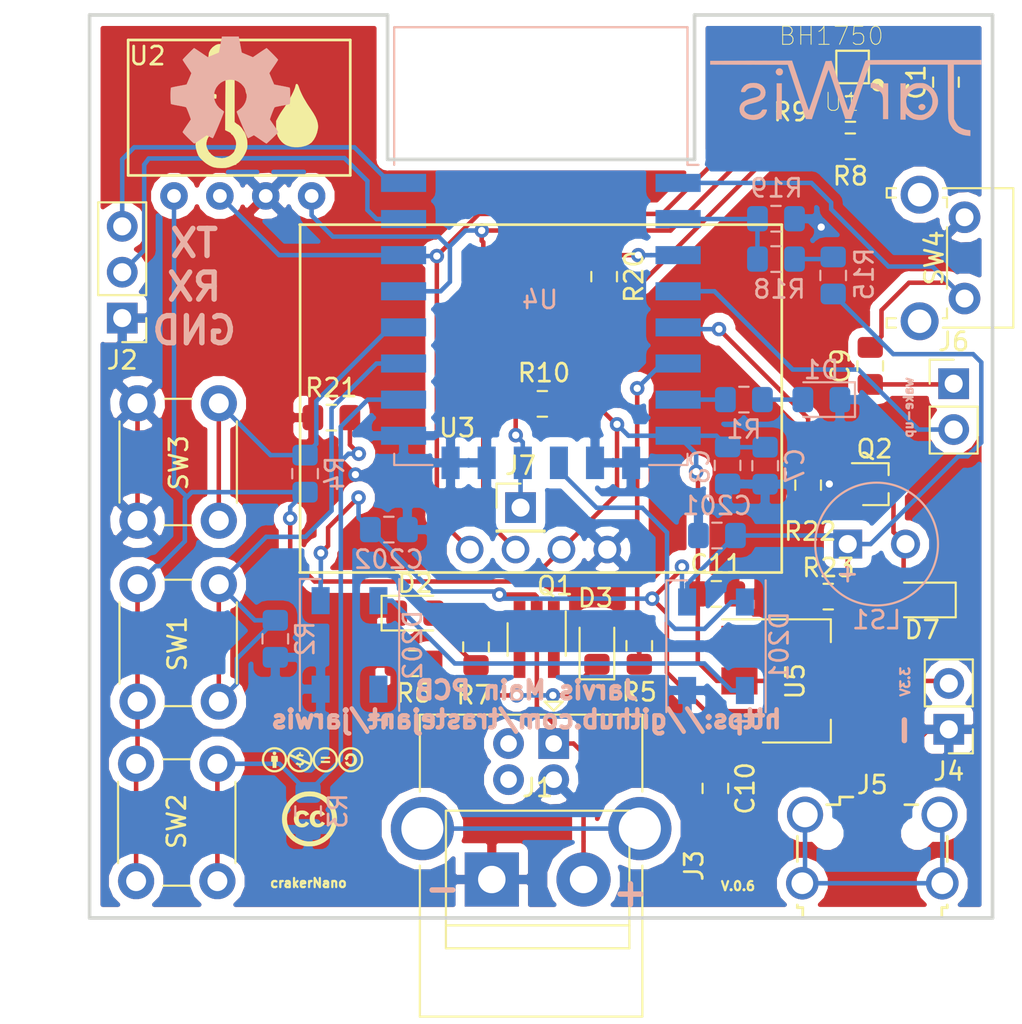
<source format=kicad_pcb>
(kicad_pcb (version 20171130) (host pcbnew 5.0.0-fee4fd1~66~ubuntu18.04.1)
  (layers (0 F.Cu signal) (31 B.Cu signal) (34 B.Paste user) (35 F.Paste user) (36 B.SilkS user) (37 F.SilkS user) (38 B.Mask user) (39 F.Mask user) (44 Edge.Cuts user))
  (net 0 "")
  (net 1 GND)
  (net 2 "Net-(C1-Pad1)")
  (net 3 +3V3)
  (net 4 /RESET)
  (net 5 "Net-(C9-Pad2)")
  (net 6 +5V)
  (net 7 "Net-(D1-Pad2)")
  (net 8 "Net-(D2-Pad2)")
  (net 9 /D12)
  (net 10 "Net-(D3-Pad1)")
  (net 11 "Net-(D7-Pad1)")
  (net 12 "Net-(D7-Pad2)")
  (net 13 "Net-(D201-Pad1)")
  (net 14 /D9)
  (net 15 "Net-(D202-Pad1)")
  (net 16 Vout)
  (net 17 /RX)
  (net 18 /TX)
  (net 19 "Net-(J3-Pad2)")
  (net 20 "Net-(J3-Pad3)")
  (net 21 "Net-(J3-Pad5)")
  (net 22 "Net-(J5-Pad2)")
  (net 23 "Net-(J5-Pad3)")
  (net 24 "Net-(J5-Pad4)")
  (net 25 "Net-(J5-Pad6)")
  (net 26 /D16)
  (net 27 /D10)
  (net 28 "Net-(Q1-Pad1)")
  (net 29 "Net-(Q2-Pad1)")
  (net 30 /D13)
  (net 31 /D2)
  (net 32 /D15)
  (net 33 /D0)
  (net 34 "Net-(R9-Pad2)")
  (net 35 A0)
  (net 36 /ADC)
  (net 37 "Net-(R20-Pad1)")
  (net 38 /D14)
  (net 39 /SDA)
  (net 40 /SCL)
  (module Capacitor_SMD:C_0805_2012Metric_Pad1.15x1.40mm_HandSolder (layer F.Cu) (at 168.06672 63.34252 90)
    (fp_text reference C1 (at 0 -1.65 90) (layer F.SilkS))
    (fp_text value 0.1uF)
    (pad 2 smd roundrect (at 1.025 0 90) (size 1.15 1.4) (layers F.Cu F.Paste F.Mask) (roundrect_rratio 0.217391) (net 1 GND))
    (pad 1 smd roundrect (at -1.025 0 90) (size 1.15 1.4) (layers F.Cu F.Paste F.Mask) (roundrect_rratio 0.217391) (net 2 "Net-(C1-Pad1)"))
  )
  (module Capacitor_SMD:C_0805_2012Metric_Pad1.15x1.40mm_HandSolder (layer B.Cu) (at 158.05404 84.57946 90)
    (fp_text reference C7 (at 0 1.65 90) (layer B.SilkS) (effects (justify mirror)))
    (fp_text value C)
    (pad 1 smd roundrect (at -1.025 0 90) (size 1.15 1.4) (layers B.Cu B.Paste B.Mask) (roundrect_rratio 0.217391) (net 1 GND))
    (pad 2 smd roundrect (at 1.025 0 90) (size 1.15 1.4) (layers B.Cu B.Paste B.Mask) (roundrect_rratio 0.217391) (net 3 +3V3))
  )
  (module Capacitor_SMD:C_0805_2012Metric_Pad1.15x1.40mm_HandSolder (layer B.Cu) (at 155.97378 84.56422 90)
    (fp_text reference C8 (at -0.06604 -1.51384 90) (layer B.SilkS) (effects (justify mirror)))
    (fp_text value C)
    (pad 2 smd roundrect (at 1.025 0 90) (size 1.15 1.4) (layers B.Cu B.Paste B.Mask) (roundrect_rratio 0.217391) (net 3 +3V3))
    (pad 1 smd roundrect (at -1.025 0 90) (size 1.15 1.4) (layers B.Cu B.Paste B.Mask) (roundrect_rratio 0.217391) (net 1 GND))
  )
  (module Capacitor_SMD:C_0805_2012Metric_Pad1.15x1.40mm_HandSolder (layer F.Cu) (at 163.87318 79.0538 90)
    (fp_text reference C9 (at 0 -1.65 90) (layer F.SilkS))
    (fp_text value 100nF)
    (pad 1 smd roundrect (at -1.025 0 90) (size 1.15 1.4) (layers F.Cu F.Paste F.Mask) (roundrect_rratio 0.217391) (net 4 /RESET))
    (pad 2 smd roundrect (at 1.025 0 90) (size 1.15 1.4) (layers F.Cu F.Paste F.Mask) (roundrect_rratio 0.217391) (net 5 "Net-(C9-Pad2)"))
  )
  (module Capacitor_SMD:C_0805_2012Metric_Pad1.15x1.40mm_HandSolder (layer F.Cu) (at 155.29814 102.44836 270)
    (fp_text reference C10 (at 0 -1.65 270) (layer F.SilkS))
    (fp_text value 1pF)
    (pad 2 smd roundrect (at 1.025 0 270) (size 1.15 1.4) (layers F.Cu F.Paste F.Mask) (roundrect_rratio 0.217391) (net 1 GND))
    (pad 1 smd roundrect (at -1.025 0 270) (size 1.15 1.4) (layers F.Cu F.Paste F.Mask) (roundrect_rratio 0.217391) (net 6 +5V))
  )
  (module Capacitor_SMD:C_0805_2012Metric_Pad1.15x1.40mm_HandSolder (layer F.Cu) (at 155.34894 91.67876)
    (fp_text reference C11 (at 0 -1.65) (layer F.SilkS))
    (fp_text value 1pF)
    (pad 1 smd roundrect (at -1.025 0) (size 1.15 1.4) (layers F.Cu F.Paste F.Mask) (roundrect_rratio 0.217391) (net 3 +3V3))
    (pad 2 smd roundrect (at 1.025 0) (size 1.15 1.4) (layers F.Cu F.Paste F.Mask) (roundrect_rratio 0.217391) (net 1 GND))
  )
  (module Capacitor_SMD:C_0805_2012Metric_Pad1.15x1.40mm_HandSolder (layer B.Cu) (at 155.38588 88.44534 180)
    (fp_text reference C201 (at 0 1.65 180) (layer B.SilkS) (effects (justify mirror)))
    (fp_text value 104)
    (pad 2 smd roundrect (at 1.025 0 180) (size 1.15 1.4) (layers B.Cu B.Paste B.Mask) (roundrect_rratio 0.217391) (net 1 GND))
    (pad 1 smd roundrect (at -1.025 0 180) (size 1.15 1.4) (layers B.Cu B.Paste B.Mask) (roundrect_rratio 0.217391) (net 6 +5V))
  )
  (module Capacitor_SMD:C_0805_2012Metric_Pad1.15x1.40mm_HandSolder (layer B.Cu) (at 137.21842 88.11768)
    (fp_text reference C202 (at 0 1.65) (layer B.SilkS) (effects (justify mirror)))
    (fp_text value 104)
    (pad 1 smd roundrect (at -1.025 0) (size 1.15 1.4) (layers B.Cu B.Paste B.Mask) (roundrect_rratio 0.217391) (net 6 +5V))
    (pad 2 smd roundrect (at 1.025 0) (size 1.15 1.4) (layers B.Cu B.Paste B.Mask) (roundrect_rratio 0.217391) (net 1 GND))
  )
  (module LED_SMD:LED_0805_2012Metric_Pad1.15x1.40mm_HandSolder (layer B.Cu) (at 161.16808 80.91932 180)
    (fp_text reference D1 (at 0 1.65 180) (layer B.SilkS) (effects (justify mirror)))
    (fp_text value LED)
    (pad 1 smd roundrect (at -1.025 0 180) (size 1.15 1.4) (layers B.Cu B.Paste B.Mask) (roundrect_rratio 0.217391) (net 1 GND))
    (pad 2 smd roundrect (at 1.025 0 180) (size 1.15 1.4) (layers B.Cu B.Paste B.Mask) (roundrect_rratio 0.217391) (net 7 "Net-(D1-Pad2)"))
  )
  (module LED_SMD:LED_0805_2012Metric_Pad1.15x1.40mm_HandSolder (layer F.Cu) (at 138.675 92.74302)
    (fp_text reference D2 (at 0 -1.65) (layer F.SilkS))
    (fp_text value LED)
    (pad 1 smd roundrect (at -1.025 0) (size 1.15 1.4) (layers F.Cu F.Paste F.Mask) (roundrect_rratio 0.217391) (net 1 GND))
    (pad 2 smd roundrect (at 1.025 0) (size 1.15 1.4) (layers F.Cu F.Paste F.Mask) (roundrect_rratio 0.217391) (net 8 "Net-(D2-Pad2)"))
  )
  (module LED_SMD:LED_0805_2012Metric_Pad1.15x1.40mm_HandSolder (layer F.Cu) (at 148.73986 94.54896 90)
    (fp_text reference D3 (at 2.64668 -0.08128 180) (layer F.SilkS))
    (fp_text value LED)
    (pad 2 smd roundrect (at 1.025 0 90) (size 1.15 1.4) (layers F.Cu F.Paste F.Mask) (roundrect_rratio 0.217391) (net 9 /D12))
    (pad 1 smd roundrect (at -1.025 0 90) (size 1.15 1.4) (layers F.Cu F.Paste F.Mask) (roundrect_rratio 0.217391) (net 10 "Net-(D3-Pad1)"))
  )
  (module Diode_SMD:D_0805_2012Metric_Pad1.15x1.40mm_HandSolder (layer F.Cu) (at 166.7473 92.01404 180)
    (fp_text reference D7 (at 0 -1.65 180) (layer F.SilkS))
    (fp_text value 1N4148)
    (pad 1 smd roundrect (at -1.025 0 180) (size 1.15 1.4) (layers F.Cu F.Paste F.Mask) (roundrect_rratio 0.217391) (net 11 "Net-(D7-Pad1)"))
    (pad 2 smd roundrect (at 1.025 0 180) (size 1.15 1.4) (layers F.Cu F.Paste F.Mask) (roundrect_rratio 0.217391) (net 12 "Net-(D7-Pad2)"))
  )
  (module LED_SMD:LED_WS2812B_PLCC4_5.0x5.0mm_P3.2mm (layer B.Cu) (at 155.3337 94.5769 90)
    (fp_text reference D201 (at 0 3.5 90) (layer B.SilkS) (effects (justify mirror)))
    (fp_text value Neopixel_THT)
    (fp_text user 1 (at -4.15 1.6 90) (layer B.SilkS) (effects (justify mirror)))
    (pad 1 smd rect (at -2.45 1.6 90) (size 1.5 1) (layers B.Cu B.Paste B.Mask) (net 13 "Net-(D201-Pad1)"))
    (pad 2 smd rect (at -2.45 -1.6 90) (size 1.5 1) (layers B.Cu B.Paste B.Mask) (net 1 GND))
    (pad 4 smd rect (at 2.45 1.6 90) (size 1.5 1) (layers B.Cu B.Paste B.Mask) (net 14 /D9))
    (pad 3 smd rect (at 2.45 -1.6 90) (size 1.5 1) (layers B.Cu B.Paste B.Mask) (net 6 +5V))
  )
  (module LED_SMD:LED_WS2812B_PLCC4_5.0x5.0mm_P3.2mm (layer B.Cu) (at 135.0391 94.50324 90)
    (fp_text reference D202 (at 0 3.5 90) (layer B.SilkS) (effects (justify mirror)))
    (fp_text value Neopixel_THT)
    (fp_text user 1 (at -4.15 1.6 90) (layer B.SilkS) (effects (justify mirror)))
    (pad 3 smd rect (at 2.45 -1.6 90) (size 1.5 1) (layers B.Cu B.Paste B.Mask) (net 6 +5V))
    (pad 4 smd rect (at 2.45 1.6 90) (size 1.5 1) (layers B.Cu B.Paste B.Mask) (net 13 "Net-(D201-Pad1)"))
    (pad 2 smd rect (at -2.45 -1.6 90) (size 1.5 1) (layers B.Cu B.Paste B.Mask) (net 1 GND))
    (pad 1 smd rect (at -2.45 1.6 90) (size 1.5 1) (layers B.Cu B.Paste B.Mask) (net 15 "Net-(D202-Pad1)"))
  )
  (module TerminalBlock:TerminalBlock_bornier-2_P5.08mm (layer F.Cu) (at 142.91818 107.4928)
    (fp_text reference J1 (at 2.54 -5.08) (layer F.SilkS))
    (fp_text value Screw_Terminal_1x02)
    (pad 1 thru_hole rect (at 0 0) (size 3 3) (drill 1.52) (layers *.Cu *.Mask) (net 1 GND))
    (pad 2 thru_hole circle (at 5.08 0) (size 3 3) (drill 1.52) (layers *.Cu *.Mask) (net 16 Vout))
  )
  (module Connector_USB:USB_B_OST_USB-B1HSxx_Horizontal (layer F.Cu) (at 146.34464 99.96424 270)
    (fp_text reference J3 (at 6.76 -7.77 270) (layer F.SilkS))
    (fp_text value USB_A)
    (pad 1 thru_hole rect (at 0 0 270) (size 1.7 1.7) (drill 0.92) (layers *.Cu *.Mask) (net 16 Vout))
    (pad 2 thru_hole circle (at 0 2.5 270) (size 1.7 1.7) (drill 0.92) (layers *.Cu *.Mask) (net 19 "Net-(J3-Pad2)"))
    (pad 3 thru_hole circle (at 2 2.5 270) (size 1.7 1.7) (drill 0.92) (layers *.Cu *.Mask) (net 20 "Net-(J3-Pad3)"))
    (pad 4 thru_hole circle (at 2 0 270) (size 1.7 1.7) (drill 0.92) (layers *.Cu *.Mask) (net 1 GND))
    (pad 5 thru_hole circle (at 4.71 -4.77 270) (size 3.5 3.5) (drill 2.33) (layers *.Cu *.Mask) (net 21 "Net-(J3-Pad5)"))
    (pad 5 thru_hole circle (at 4.71 7.27 270) (size 3.5 3.5) (drill 2.33) (layers *.Cu *.Mask) (net 21 "Net-(J3-Pad5)"))
  )
  (module Connector_PinHeader_2.54mm:PinHeader_1x02_P2.54mm_Vertical (layer F.Cu) (at 168.2242 99.17684 180)
    (fp_text reference J4 (at 0 -2.33 180) (layer F.SilkS))
    (fp_text value POWER)
    (pad 1 thru_hole rect (at 0 0 180) (size 1.7 1.7) (drill 1) (layers *.Cu *.Mask) (net 1 GND))
    (pad 2 thru_hole oval (at 0 2.54 180) (size 1.7 1.7) (drill 1) (layers *.Cu *.Mask) (net 3 +3V3))
  )
  (module Connector_USB:USB_Micro-B_Wuerth_629105150521_CircularHoles (layer F.Cu) (at 163.98748 105.75036)
    (fp_text reference J5 (at 0 -3.5) (layer F.SilkS))
    (fp_text value USB_B_Micro)
    (pad 1 smd rect (at -1.3 -1.9) (size 0.45 1.3) (layers F.Cu F.Paste F.Mask) (net 6 +5V))
    (pad 2 smd rect (at -0.65 -1.9) (size 0.45 1.3) (layers F.Cu F.Paste F.Mask) (net 22 "Net-(J5-Pad2)"))
    (pad 3 smd rect (at 0 -1.9) (size 0.45 1.3) (layers F.Cu F.Paste F.Mask) (net 23 "Net-(J5-Pad3)"))
    (pad 4 smd rect (at 0.65 -1.9) (size 0.45 1.3) (layers F.Cu F.Paste F.Mask) (net 24 "Net-(J5-Pad4)"))
    (pad 5 smd rect (at 1.3 -1.9) (size 0.45 1.3) (layers F.Cu F.Paste F.Mask) (net 1 GND))
    (pad 6 thru_hole circle (at -3.725 -1.85) (size 2 2) (drill 1.4) (layers *.Cu *.Mask) (net 25 "Net-(J5-Pad6)"))
    (pad 6 thru_hole circle (at 3.725 -1.85) (size 2 2) (drill 1.4) (layers *.Cu *.Mask) (net 25 "Net-(J5-Pad6)"))
    (pad 6 thru_hole circle (at -3.875 1.95) (size 1.8 1.8) (drill 1.2) (layers *.Cu *.Mask) (net 25 "Net-(J5-Pad6)"))
    (pad 6 thru_hole circle (at 3.875 1.95) (size 1.8 1.8) (drill 1.2) (layers *.Cu *.Mask) (net 25 "Net-(J5-Pad6)"))
    (pad "" np_thru_hole circle (at -2.5 -0.8) (size 0.8 0.8) (drill 0.8) (layers *.Cu *.Mask))
    (pad "" np_thru_hole circle (at 2.5 -0.8) (size 0.8 0.8) (drill 0.8) (layers *.Cu *.Mask))
  )
  (module Connector_PinHeader_2.54mm:PinHeader_1x02_P2.54mm_Vertical (layer F.Cu) (at 168.49344 80.03794)
    (fp_text reference J6 (at 0 -2.33) (layer F.SilkS))
    (fp_text value Wake-up)
    (pad 2 thru_hole oval (at 0 2.54) (size 1.7 1.7) (drill 1) (layers *.Cu *.Mask) (net 26 /D16))
    (pad 1 thru_hole rect (at 0 0) (size 1.7 1.7) (drill 1) (layers *.Cu *.Mask) (net 4 /RESET))
  )
  (module Connector_PinHeader_2.54mm:PinHeader_1x01_P2.54mm_Vertical (layer F.Cu) (at 144.51076 86.90102)
    (fp_text reference J7 (at 0 -2.33) (layer F.SilkS))
    (fp_text value Conn_01x01_Female)
    (pad 1 thru_hole rect (at 0 0) (size 1.7 1.7) (drill 1) (layers *.Cu *.Mask) (net 27 /D10))
  )
  (module Buzzer_Beeper:MagneticBuzzer_Kingstate_KCG0601 (layer B.Cu) (at 162.62604 88.91778)
    (fp_text reference LS1 (at 1.6 4.2) (layer B.SilkS) (effects (justify mirror)))
    (fp_text value Speaker)
    (fp_text user + (at 0 1.6) (layer B.SilkS) (effects (justify mirror)))
    (pad 1 thru_hole rect (at 0 0) (size 1.6 1.6) (drill 1) (layers *.Cu *.Mask) (net 6 +5V))
    (pad 2 thru_hole circle (at 3.2 0) (size 1.6 1.6) (drill 1) (layers *.Cu *.Mask) (net 12 "Net-(D7-Pad2)"))
  )
  (module Package_TO_SOT_SMD:SOT-23-5_HandSoldering (layer F.Cu) (at 145.4023 94.20098 270)
    (fp_text reference Q1 (at -2.96418 -1.01854) (layer F.SilkS))
    (fp_text value MMBF170)
    (pad 1 smd rect (at -1.35 -0.95 270) (size 1.56 0.65) (layers F.Cu F.Paste F.Mask) (net 28 "Net-(Q1-Pad1)"))
    (pad 2 smd rect (at -1.35 0 270) (size 1.56 0.65) (layers F.Cu F.Paste F.Mask) (net 6 +5V))
    (pad 3 smd rect (at -1.35 0.95 270) (size 1.56 0.65) (layers F.Cu F.Paste F.Mask) (net 16 Vout))
    (pad 4 smd rect (at 1.35 0.95 270) (size 1.56 0.65) (layers F.Cu F.Paste F.Mask))
    (pad 5 smd rect (at 1.35 -0.95 270) (size 1.56 0.65) (layers F.Cu F.Paste F.Mask))
  )
  (module Package_TO_SOT_SMD:SOT-323_SC-70 (layer F.Cu) (at 164.1602 85.60054)
    (fp_text reference Q2 (at -0.05 -1.95) (layer F.SilkS))
    (fp_text value BC850W)
    (pad 1 smd rect (at -1 -0.65 270) (size 0.45 0.7) (layers F.Cu F.Paste F.Mask) (net 29 "Net-(Q2-Pad1)"))
    (pad 2 smd rect (at -1 0.65 270) (size 0.45 0.7) (layers F.Cu F.Paste F.Mask) (net 1 GND))
    (pad 3 smd rect (at 1 0 270) (size 0.45 0.7) (layers F.Cu F.Paste F.Mask) (net 12 "Net-(D7-Pad2)"))
  )
  (module Resistor_SMD:R_0805_2012Metric_Pad1.15x1.40mm_HandSolder (layer B.Cu) (at 156.87802 80.91932)
    (fp_text reference R1 (at 0 1.65) (layer B.SilkS) (effects (justify mirror)))
    (fp_text value R)
    (pad 1 smd roundrect (at -1.025 0) (size 1.15 1.4) (layers B.Cu B.Paste B.Mask) (roundrect_rratio 0.217391) (net 30 /D13))
    (pad 2 smd roundrect (at 1.025 0) (size 1.15 1.4) (layers B.Cu B.Paste B.Mask) (roundrect_rratio 0.217391) (net 7 "Net-(D1-Pad2)"))
  )
  (module Resistor_SMD:R_0805_2012Metric_Pad1.15x1.40mm_HandSolder (layer B.Cu) (at 130.92938 94.16404 90)
    (fp_text reference R2 (at 0 1.65 90) (layer B.SilkS) (effects (justify mirror)))
    (fp_text value 10K)
    (pad 2 smd roundrect (at 1.025 0 90) (size 1.15 1.4) (layers B.Cu B.Paste B.Mask) (roundrect_rratio 0.217391) (net 31 /D2))
    (pad 1 smd roundrect (at -1.025 0 90) (size 1.15 1.4) (layers B.Cu B.Paste B.Mask) (roundrect_rratio 0.217391) (net 1 GND))
  )
  (module Resistor_SMD:R_0805_2012Metric_Pad1.15x1.40mm_HandSolder (layer B.Cu) (at 132.74548 103.69804 90)
    (fp_text reference R3 (at 0 1.65 90) (layer B.SilkS) (effects (justify mirror)))
    (fp_text value 10K)
    (pad 1 smd roundrect (at -1.025 0 90) (size 1.15 1.4) (layers B.Cu B.Paste B.Mask) (roundrect_rratio 0.217391) (net 1 GND))
    (pad 2 smd roundrect (at 1.025 0 90) (size 1.15 1.4) (layers B.Cu B.Paste B.Mask) (roundrect_rratio 0.217391) (net 32 /D15))
  )
  (module Resistor_SMD:R_0805_2012Metric_Pad1.15x1.40mm_HandSolder (layer B.Cu) (at 132.57784 85.01888 90)
    (fp_text reference R4 (at 0 1.65 90) (layer B.SilkS) (effects (justify mirror)))
    (fp_text value 10K)
    (pad 2 smd roundrect (at 1.025 0 90) (size 1.15 1.4) (layers B.Cu B.Paste B.Mask) (roundrect_rratio 0.217391) (net 33 /D0))
    (pad 1 smd roundrect (at -1.025 0 90) (size 1.15 1.4) (layers B.Cu B.Paste B.Mask) (roundrect_rratio 0.217391) (net 3 +3V3))
  )
  (module Resistor_SMD:R_0805_2012Metric_Pad1.15x1.40mm_HandSolder (layer F.Cu) (at 151.08428 94.54896 90)
    (fp_text reference R5 (at -2.56794 0.00254 180) (layer F.SilkS))
    (fp_text value 180R)
    (pad 1 smd roundrect (at -1.025 0 90) (size 1.15 1.4) (layers F.Cu F.Paste F.Mask) (roundrect_rratio 0.217391) (net 28 "Net-(Q1-Pad1)"))
    (pad 2 smd roundrect (at 1.025 0 90) (size 1.15 1.4) (layers F.Cu F.Paste F.Mask) (roundrect_rratio 0.217391) (net 9 /D12))
  )
  (module Resistor_SMD:R_0805_2012Metric_Pad1.15x1.40mm_HandSolder (layer F.Cu) (at 138.5824 95.51924)
    (fp_text reference R6 (at 0.0127 1.65608) (layer F.SilkS))
    (fp_text value 220)
    (pad 1 smd roundrect (at -1.025 0) (size 1.15 1.4) (layers F.Cu F.Paste F.Mask) (roundrect_rratio 0.217391) (net 1 GND))
    (pad 2 smd roundrect (at 1.025 0) (size 1.15 1.4) (layers F.Cu F.Paste F.Mask) (roundrect_rratio 0.217391) (net 10 "Net-(D3-Pad1)"))
  )
  (module Resistor_SMD:R_0805_2012Metric_Pad1.15x1.40mm_HandSolder (layer F.Cu) (at 142.04442 94.61754 270)
    (fp_text reference R7 (at 2.66446 0.10668) (layer F.SilkS))
    (fp_text value 220)
    (pad 2 smd roundrect (at 1.025 0 270) (size 1.15 1.4) (layers F.Cu F.Paste F.Mask) (roundrect_rratio 0.217391) (net 8 "Net-(D2-Pad2)"))
    (pad 1 smd roundrect (at -1.025 0 270) (size 1.15 1.4) (layers F.Cu F.Paste F.Mask) (roundrect_rratio 0.217391) (net 16 Vout))
  )
  (module Resistor_SMD:R_0805_2012Metric_Pad1.15x1.40mm_HandSolder (layer F.Cu) (at 162.77082 66.89344 180)
    (fp_text reference R8 (at 0 -1.65 180) (layer F.SilkS))
    (fp_text value 1K)
    (pad 2 smd roundrect (at 1.025 0 180) (size 1.15 1.4) (layers F.Cu F.Paste F.Mask) (roundrect_rratio 0.217391) (net 3 +3V3))
    (pad 1 smd roundrect (at -1.025 0 180) (size 1.15 1.4) (layers F.Cu F.Paste F.Mask) (roundrect_rratio 0.217391) (net 2 "Net-(C1-Pad1)"))
  )
  (module Resistor_SMD:R_0805_2012Metric_Pad1.15x1.40mm_HandSolder (layer F.Cu) (at 162.77844 64.82588)
    (fp_text reference R9 (at -3.29946 0.16256) (layer F.SilkS))
    (fp_text value 4K7)
    (pad 1 smd roundrect (at -1.025 0) (size 1.15 1.4) (layers F.Cu F.Paste F.Mask) (roundrect_rratio 0.217391) (net 3 +3V3))
    (pad 2 smd roundrect (at 1.025 0) (size 1.15 1.4) (layers F.Cu F.Paste F.Mask) (roundrect_rratio 0.217391) (net 34 "Net-(R9-Pad2)"))
  )
  (module Resistor_SMD:R_0805_2012Metric_Pad1.15x1.40mm_HandSolder (layer B.Cu) (at 161.82086 74.04608 270)
    (fp_text reference R15 (at -0.08382 -1.72466 270) (layer B.SilkS) (effects (justify mirror)))
    (fp_text value 100K)
    (pad 2 smd roundrect (at 1.025 0 270) (size 1.15 1.4) (layers B.Cu B.Paste B.Mask) (roundrect_rratio 0.217391) (net 6 +5V))
    (pad 1 smd roundrect (at -1.025 0 270) (size 1.15 1.4) (layers B.Cu B.Paste B.Mask) (roundrect_rratio 0.217391) (net 35 A0))
  )
  (module Resistor_SMD:R_0805_2012Metric_Pad1.15x1.40mm_HandSolder (layer B.Cu) (at 158.65348 73.13676 180)
    (fp_text reference R18 (at -0.1905 -1.67132) (layer B.SilkS) (effects (justify mirror)))
    (fp_text value 220R)
    (pad 1 smd roundrect (at -1.025 0 180) (size 1.15 1.4) (layers B.Cu B.Paste B.Mask) (roundrect_rratio 0.217391) (net 35 A0))
    (pad 2 smd roundrect (at 1.025 0 180) (size 1.15 1.4) (layers B.Cu B.Paste B.Mask) (roundrect_rratio 0.217391) (net 36 /ADC))
  )
  (module Resistor_SMD:R_0805_2012Metric_Pad1.15x1.40mm_HandSolder (layer B.Cu) (at 158.65348 70.9041)
    (fp_text reference R19 (at 0.03302 -1.69418) (layer B.SilkS) (effects (justify mirror)))
    (fp_text value 100R)
    (pad 2 smd roundrect (at 1.025 0) (size 1.15 1.4) (layers B.Cu B.Paste B.Mask) (roundrect_rratio 0.217391) (net 1 GND))
    (pad 1 smd roundrect (at -1.025 0) (size 1.15 1.4) (layers B.Cu B.Paste B.Mask) (roundrect_rratio 0.217391) (net 36 /ADC))
  )
  (module Resistor_SMD:R_0805_2012Metric_Pad1.15x1.40mm_HandSolder (layer F.Cu) (at 149.13864 74.11074 270)
    (fp_text reference R20 (at 0 -1.65 270) (layer F.SilkS))
    (fp_text value 1K)
    (pad 1 smd roundrect (at -1.025 0 270) (size 1.15 1.4) (layers F.Cu F.Paste F.Mask) (roundrect_rratio 0.217391) (net 37 "Net-(R20-Pad1)"))
    (pad 2 smd roundrect (at 1.025 0 270) (size 1.15 1.4) (layers F.Cu F.Paste F.Mask) (roundrect_rratio 0.217391) (net 3 +3V3))
  )
  (module Resistor_SMD:R_0805_2012Metric_Pad1.15x1.40mm_HandSolder (layer F.Cu) (at 134.03442 81.91754)
    (fp_text reference R21 (at 0 -1.65) (layer F.SilkS))
    (fp_text value 1K)
    (pad 2 smd roundrect (at 1.025 0) (size 1.15 1.4) (layers F.Cu F.Paste F.Mask) (roundrect_rratio 0.217391) (net 32 /D15))
    (pad 1 smd roundrect (at -1.025 0) (size 1.15 1.4) (layers F.Cu F.Paste F.Mask) (roundrect_rratio 0.217391) (net 1 GND))
  )
  (module Resistor_SMD:R_0805_2012Metric_Pad1.15x1.40mm_HandSolder (layer F.Cu) (at 160.43402 85.65642 90)
    (fp_text reference R22 (at -2.56032 0.11684 180) (layer F.SilkS))
    (fp_text value 2K2)
    (pad 2 smd roundrect (at 1.025 0 90) (size 1.15 1.4) (layers F.Cu F.Paste F.Mask) (roundrect_rratio 0.217391) (net 38 /D14))
    (pad 1 smd roundrect (at -1.025 0 90) (size 1.15 1.4) (layers F.Cu F.Paste F.Mask) (roundrect_rratio 0.217391) (net 29 "Net-(Q2-Pad1)"))
  )
  (module Resistor_SMD:R_0805_2012Metric_Pad1.15x1.40mm_HandSolder (layer F.Cu) (at 161.5477 91.82862 180)
    (fp_text reference R23 (at -0.009 1.59766 180) (layer F.SilkS))
    (fp_text value 1K)
    (pad 1 smd roundrect (at -1.025 0 180) (size 1.15 1.4) (layers F.Cu F.Paste F.Mask) (roundrect_rratio 0.217391) (net 6 +5V))
    (pad 2 smd roundrect (at 1.025 0 180) (size 1.15 1.4) (layers F.Cu F.Paste F.Mask) (roundrect_rratio 0.217391) (net 11 "Net-(D7-Pad1)"))
  )
  (module Button_Switch_THT:SW_PUSH_6mm (layer F.Cu) (at 123.30176 97.64268 90)
    (fp_text reference SW1 (at 3.20802 2.20218 90) (layer F.SilkS))
    (fp_text value SW_Push)
    (pad 2 thru_hole circle (at 0 4.5 180) (size 2 2) (drill 1.1) (layers *.Cu *.Mask) (net 31 /D2))
    (pad 1 thru_hole circle (at 0 0 180) (size 2 2) (drill 1.1) (layers *.Cu *.Mask) (net 3 +3V3))
    (pad 2 thru_hole circle (at 6.5 4.5 180) (size 2 2) (drill 1.1) (layers *.Cu *.Mask) (net 31 /D2))
    (pad 1 thru_hole circle (at 6.5 0 180) (size 2 2) (drill 1.1) (layers *.Cu *.Mask) (net 3 +3V3))
  )
  (module Button_Switch_THT:SW_PUSH_6mm (layer F.Cu) (at 123.22302 107.58424 90)
    (fp_text reference SW2 (at 3.30962 2.24282 90) (layer F.SilkS))
    (fp_text value SW_Push)
    (pad 1 thru_hole circle (at 6.5 0 180) (size 2 2) (drill 1.1) (layers *.Cu *.Mask) (net 3 +3V3))
    (pad 2 thru_hole circle (at 6.5 4.5 180) (size 2 2) (drill 1.1) (layers *.Cu *.Mask) (net 32 /D15))
    (pad 1 thru_hole circle (at 0 0 180) (size 2 2) (drill 1.1) (layers *.Cu *.Mask) (net 3 +3V3))
    (pad 2 thru_hole circle (at 0 4.5 180) (size 2 2) (drill 1.1) (layers *.Cu *.Mask) (net 32 /D15))
  )
  (module Button_Switch_THT:SW_PUSH_6mm (layer F.Cu) (at 123.30176 87.62492 90)
    (fp_text reference SW3 (at 3.20802 2.28092 90) (layer F.SilkS))
    (fp_text value SW_Push)
    (pad 2 thru_hole circle (at 0 4.5 180) (size 2 2) (drill 1.1) (layers *.Cu *.Mask) (net 33 /D0))
    (pad 1 thru_hole circle (at 0 0 180) (size 2 2) (drill 1.1) (layers *.Cu *.Mask) (net 1 GND))
    (pad 2 thru_hole circle (at 6.5 4.5 180) (size 2 2) (drill 1.1) (layers *.Cu *.Mask) (net 33 /D0))
    (pad 1 thru_hole circle (at 6.5 0 180) (size 2 2) (drill 1.1) (layers *.Cu *.Mask) (net 1 GND))
  )
  (module Button_Switch_THT:SW_Tactile_SPST_Angled_PTS645Vx31-2LFS (layer F.Cu) (at 169.09542 70.82282 270)
    (fp_text reference SW4 (at 2.25 1.68 270) (layer F.SilkS))
    (fp_text value SW_Push)
    (pad "" thru_hole circle (at 5.76 2.49 270) (size 2.1 2.1) (drill 1.3) (layers *.Cu *.Mask))
    (pad 2 thru_hole circle (at 4.5 0 270) (size 1.75 1.75) (drill 0.99) (layers *.Cu *.Mask) (net 5 "Net-(C9-Pad2)"))
    (pad 1 thru_hole circle (at 0 0 270) (size 1.75 1.75) (drill 0.99) (layers *.Cu *.Mask) (net 1 GND))
    (pad "" thru_hole circle (at -1.25 2.49 270) (size 2.1 2.1) (drill 1.3) (layers *.Cu *.Mask))
  )
  (module BH1750FVI-TR:SOTFL50P300X75-6N (layer F.Cu) (at 162.89528 62.50178 180)
    (fp_text reference U1 (at 0.591767 -1.94082 180) (layer F.SilkS) (effects (font (size 1.00301 1.00301) (thickness 0.05))))
    (fp_text value BH1750 (at 1.17667 1.71743 180) (layer F.SilkS) (effects (font (size 1.00142 1.00142) (thickness 0.05))))
    (pad 1 smd rect (at -1.375 -0.525 180) (size 0.55 0.3) (layers F.Cu F.Paste F.Mask) (net 3 +3V3))
    (pad 2 smd rect (at -1.375 0 180) (size 0.55 0.25) (layers F.Cu F.Paste F.Mask) (net 34 "Net-(R9-Pad2)"))
    (pad 3 smd rect (at -1.375 0.5 180) (size 0.55 0.25) (layers F.Cu F.Paste F.Mask) (net 1 GND))
    (pad 4 smd rect (at 1.375 0.5 180) (size 0.55 0.25) (layers F.Cu F.Paste F.Mask) (net 39 /SDA))
    (pad 5 smd rect (at 1.375 0 180) (size 0.55 0.25) (layers F.Cu F.Paste F.Mask) (net 1 GND))
    (pad 6 smd rect (at 1.375 -0.5 180) (size 0.55 0.25) (layers F.Cu F.Paste F.Mask) (net 40 /SCL))
  )
  (module DHT12_tumbado:DHT12 (layer F.Cu) (at 122.78106 61.00572)
    (fp_text reference U2 (at 1.0668 0.88138) (layer F.SilkS))
    (fp_text value DHT12)
    (pad 1 thru_hole circle (at 2.54 8.636) (size 1.524 1.524) (drill 0.762) (layers *.Cu *.Mask) (net 3 +3V3))
    (pad 2 thru_hole circle (at 5.08 8.636) (size 1.524 1.524) (drill 0.762) (layers *.Cu *.Mask) (net 39 /SDA))
    (pad 3 thru_hole circle (at 7.62 8.636) (size 1.524 1.524) (drill 0.762) (layers *.Cu *.Mask) (net 1 GND))
    (pad 4 thru_hole circle (at 10.16 8.636) (size 1.524 1.524) (drill 0.762) (layers *.Cu *.Mask) (net 40 /SCL))
  )
  (module oled_display_:oled_display_0.96 (layer F.Cu) (at 149.3139 84.14258 180)
    (fp_text reference U3 (at 8.31596 1.65862 180) (layer F.SilkS))
    (fp_text value oledDisplay)
    (pad 1 thru_hole circle (at 0 -5.08 180) (size 1.524 1.524) (drill 1.016) (layers *.Cu *.Mask) (net 1 GND))
    (pad 2 thru_hole circle (at 2.54 -5.08 180) (size 1.524 1.524) (drill 1.016) (layers *.Cu *.Mask) (net 3 +3V3))
    (pad 3 thru_hole circle (at 5.08 -5.08 180) (size 1.524 1.524) (drill 1.016) (layers *.Cu *.Mask) (net 40 /SCL))
    (pad 4 thru_hole circle (at 7.62 -5.08 180) (size 1.524 1.524) (drill 1.016) (layers *.Cu *.Mask) (net 39 /SDA))
  )
  (module RF_Module:ESP-12E (layer B.Cu) (at 145.63344 72.42048 180)
    (fp_text reference U4 (at 0.04572 -2.96672 180) (layer B.SilkS) (effects (justify mirror)))
    (fp_text value ESP-12E)
    (pad 1 smd rect (at -7.6 3.5 180) (size 2.5 1) (layers B.Cu B.Paste B.Mask) (net 5 "Net-(C9-Pad2)"))
    (pad 2 smd rect (at -7.6 1.5 180) (size 2.5 1) (layers B.Cu B.Paste B.Mask) (net 36 /ADC))
    (pad 3 smd rect (at -7.6 -0.5 180) (size 2.5 1) (layers B.Cu B.Paste B.Mask) (net 37 "Net-(R20-Pad1)"))
    (pad 4 smd rect (at -7.6 -2.5 180) (size 2.5 1) (layers B.Cu B.Paste B.Mask) (net 26 /D16))
    (pad 5 smd rect (at -7.6 -4.5 180) (size 2.5 1) (layers B.Cu B.Paste B.Mask) (net 38 /D14))
    (pad 6 smd rect (at -7.6 -6.5 180) (size 2.5 1) (layers B.Cu B.Paste B.Mask) (net 9 /D12))
    (pad 7 smd rect (at -7.6 -8.5 180) (size 2.5 1) (layers B.Cu B.Paste B.Mask) (net 30 /D13))
    (pad 8 smd rect (at -7.6 -10.5 180) (size 2.5 1) (layers B.Cu B.Paste B.Mask) (net 3 +3V3))
    (pad 9 smd rect (at -5 -12 180) (size 1 1.8) (layers B.Cu B.Paste B.Mask) (net 1 GND))
    (pad 10 smd rect (at -3 -12 180) (size 1 1.8) (layers B.Cu B.Paste B.Mask) (net 1 GND))
    (pad 11 smd rect (at -1 -12 180) (size 1 1.8) (layers B.Cu B.Paste B.Mask) (net 14 /D9))
    (pad 12 smd rect (at 1 -12 180) (size 1 1.8) (layers B.Cu B.Paste B.Mask) (net 27 /D10))
    (pad 13 smd rect (at 3 -12 180) (size 1 1.8) (layers B.Cu B.Paste B.Mask) (net 1 GND))
    (pad 14 smd rect (at 5 -12 180) (size 1 1.8) (layers B.Cu B.Paste B.Mask) (net 1 GND))
    (pad 15 smd rect (at 7.6 -10.5 180) (size 2.5 1) (layers B.Cu B.Paste B.Mask) (net 1 GND))
    (pad 16 smd rect (at 7.6 -8.5 180) (size 2.5 1) (layers B.Cu B.Paste B.Mask) (net 32 /D15))
    (pad 17 smd rect (at 7.6 -6.5 180) (size 2.5 1) (layers B.Cu B.Paste B.Mask) (net 31 /D2))
    (pad 18 smd rect (at 7.6 -4.5 180) (size 2.5 1) (layers B.Cu B.Paste B.Mask) (net 33 /D0))
    (pad 19 smd rect (at 7.6 -2.5 180) (size 2.5 1) (layers B.Cu B.Paste B.Mask) (net 40 /SCL))
    (pad 20 smd rect (at 7.6 -0.5 180) (size 2.5 1) (layers B.Cu B.Paste B.Mask) (net 39 /SDA))
    (pad 21 smd rect (at 7.6 1.5 180) (size 2.5 1) (layers B.Cu B.Paste B.Mask) (net 17 /RX))
    (pad 22 smd rect (at 7.6 3.5 180) (size 2.5 1) (layers B.Cu B.Paste B.Mask) (net 18 /TX))
  )
  (module Package_TO_SOT_SMD:SOT-223-3_TabPin2 (layer F.Cu) (at 159.78124 96.49714)
    (fp_text reference U5 (at -0.06604 0.02032 90) (layer F.SilkS))
    (fp_text value LM1117-3.3)
    (pad 2 smd rect (at 3.15 0) (size 2 3.8) (layers F.Cu F.Paste F.Mask) (net 3 +3V3))
    (pad 2 smd rect (at -3.15 0) (size 2 1.5) (layers F.Cu F.Paste F.Mask) (net 3 +3V3))
    (pad 3 smd rect (at -3.15 2.3) (size 2 1.5) (layers F.Cu F.Paste F.Mask) (net 6 +5V))
    (pad 1 smd rect (at -3.15 -2.3) (size 2 1.5) (layers F.Cu F.Paste F.Mask) (net 1 GND))
  )
  (module Connector_PinHeader_2.54mm:PinHeader_1x03_P2.54mm_Vertical (layer F.Cu) (at 122.4534 76.40574 180)
    (fp_text reference J2 (at 0 -2.33 180) (layer F.SilkS))
    (fp_text value Conn_01x03_Male)
    (pad 1 thru_hole rect (at 0 0 180) (size 1.7 1.7) (drill 1) (layers *.Cu *.Mask) (net 1 GND))
    (pad 2 thru_hole oval (at 0 2.54 180) (size 1.7 1.7) (drill 1) (layers *.Cu *.Mask) (net 17 /RX))
    (pad 3 thru_hole oval (at 0 5.08 180) (size 1.7 1.7) (drill 1) (layers *.Cu *.Mask) (net 18 /TX))
  )
  (module Resistor_SMD:R_0805_2012Metric_Pad1.15x1.40mm_HandSolder (layer F.Cu) (at 145.71726 81.15554 180)
    (fp_text reference R10 (at -0.0889 1.7145 180) (layer F.SilkS))
    (fp_text value 12K)
    (pad 1 smd roundrect (at -1.025 0 180) (size 1.15 1.4) (layers F.Cu F.Paste F.Mask) (roundrect_rratio 0.217391) (net 3 +3V3))
    (pad 2 smd roundrect (at 1.025 0 180) (size 1.15 1.4) (layers F.Cu F.Paste F.Mask) (roundrect_rratio 0.217391) (net 27 /D10))
  )
  (module Symbol:OSHW-Symbol_6.7x6mm_SilkScreen (layer B.Cu) (at 128.45034 63.7921 180)
    (fp_text reference REF** hide)
    (fp_text value OSHW-Symbol_6.7x6mm_SilkScreen hide)
  )
  (module logo_jarwis:jarwis_logo_bw (layer B.Cu) (at 162.52952 64.22136 180)
    (fp_text reference G*** hide)
    (fp_text value LOGO hide)
  )
  (module logo_jarwis:tempHum (layer F.Cu) (at 129.84226 64.643)
    (fp_text reference G*** hide)
    (fp_text value LOGO hide)
  )
  (module logo_jarwis:cc (layer F.Cu) (at 132.80644 104.14254)
    (fp_text reference G*** hide)
    (fp_text value LOGO hide)
  )
  (module logo_jarwis:cclicence (layer F.Cu) (at 132.98932 100.8634)
    (fp_text reference G*** hide)
    (fp_text value LOGO hide)
  )
  (gr_text V.0.6 (at 156.55036 107.85856) (layer F.SilkS) (effects (font (size 0.5 0.5) (thickness 0.125))))
  (gr_text crakerNano (at 132.7658 107.68584) (layer F.SilkS) (effects (font (size 0.5 0.5) (thickness 0.125))))
  (gr_text "Jarvis Main PCB\nhttps://github.com/trastejant/jarwis" (at 144.8308 97.8154) (layer B.SilkS) (effects (font (size 1 1) (thickness 0.25)) (justify mirror)))
  (gr_text wake-up (at 165.99408 81.3562 90) (layer B.SilkS) (effects (font (size 0.5 0.5) (thickness 0.125)) (justify mirror)))
  (gr_text 3.3V (at 165.8112 96.53778 90) (layer B.SilkS) (effects (font (size 0.5 0.5) (thickness 0.125)) (justify mirror)))
  (gr_text - (at 165.65626 99.22764 90) (layer B.SilkS) (effects (font (size 1.5 1.5) (thickness 0.3)) (justify mirror)))
  (gr_text + (at 150.5966 108.19384) (layer B.SilkS) (effects (font (size 1.5 1.5) (thickness 0.3)) (justify mirror)))
  (gr_text - (at 140.1826 107.96524) (layer B.SilkS) (effects (font (size 1.5 1.5) (thickness 0.3)) (justify mirror)))
  (gr_text "TX\nRX\nGND" (at 126.43612 74.676) (layer B.SilkS) (effects (font (size 1.5 1.5) (thickness 0.3)) (justify mirror)))
  (gr_line (start 154.14482 67.62142) (end 137.14482 67.62142) (layer Edge.Cuts) (width 0.2))
  (gr_line (start 120.64482 59.62142) (end 120.64482 109.62142) (layer Edge.Cuts) (width 0.2))
  (gr_line (start 120.64482 109.62142) (end 170.64482 109.62142) (layer Edge.Cuts) (width 0.2))
  (gr_line (start 170.64482 109.62142) (end 170.64482 59.62142) (layer Edge.Cuts) (width 0.2))
  (gr_line (start 137.14482 67.62142) (end 137.14482 59.62142) (layer Edge.Cuts) (width 0.2))
  (gr_line (start 137.14482 59.62142) (end 120.64482 59.62142) (layer Edge.Cuts) (width 0.2))
  (gr_line (start 154.14482 59.62142) (end 154.14482 67.62142) (layer Edge.Cuts) (width 0.2))
  (gr_line (start 170.64482 59.62142) (end 154.14482 59.62142) (layer Edge.Cuts) (width 0.2))
  (segment (start 163.285278 62.50178) (end 163.785278 62.00178) (width 0.25) (layer F.Cu) (net 1))
  (segment (start 163.785278 62.00178) (end 164.27028 62.00178) (width 0.25) (layer F.Cu) (net 1))
  (segment (start 161.52028 62.50178) (end 163.285278 62.50178) (width 0.25) (layer F.Cu) (net 1))
  (segment (start 167.75098 62.00178) (end 168.06672 62.31752) (width 0.25) (layer F.Cu) (net 1))
  (segment (start 164.27028 62.00178) (end 167.75098 62.00178) (width 0.25) (layer F.Cu) (net 1))
  (segment (start 165.28748 101.01356) (end 167.1242 99.17684) (width 0.25) (layer F.Cu) (net 1))
  (segment (start 167.1242 99.17684) (end 168.2242 99.17684) (width 0.25) (layer F.Cu) (net 1))
  (segment (start 165.28748 103.85036) (end 165.28748 101.01356) (width 0.25) (layer F.Cu) (net 1))
  (segment (start 123.30176 82.539133) (end 123.30176 87.62492) (width 0.25) (layer F.Cu) (net 1))
  (segment (start 123.30176 81.12492) (end 123.30176 82.539133) (width 0.25) (layer F.Cu) (net 1))
  (segment (start 158.85404 85.60446) (end 158.86282 85.61324) (width 0.25) (layer B.Cu) (net 1))
  (segment (start 158.05404 85.60446) (end 158.85404 85.60446) (width 0.25) (layer B.Cu) (net 1))
  (via (at 161.6075 85.59292) (size 0.8) (drill 0.4) (layers F.Cu B.Cu) (net 1))
  (segment (start 158.86282 85.61324) (end 161.58718 85.61324) (width 0.25) (layer B.Cu) (net 1))
  (segment (start 161.58718 85.61324) (end 161.6075 85.59292) (width 0.25) (layer B.Cu) (net 1))
  (segment (start 162.50258 85.59292) (end 163.1602 86.25054) (width 0.25) (layer F.Cu) (net 1))
  (segment (start 161.6075 85.59292) (end 162.50258 85.59292) (width 0.25) (layer F.Cu) (net 1))
  (segment (start 160.35348 70.9041) (end 160.81576 71.36638) (width 0.25) (layer B.Cu) (net 1))
  (segment (start 159.67848 70.9041) (end 160.35348 70.9041) (width 0.25) (layer B.Cu) (net 1))
  (via (at 161.15792 71.36638) (size 0.8) (drill 0.4) (layers F.Cu B.Cu) (net 1))
  (segment (start 160.81576 71.36638) (end 161.15792 71.36638) (width 0.25) (layer B.Cu) (net 1))
  (segment (start 133.00942 82.71754) (end 135.36422 85.07234) (width 0.25) (layer F.Cu) (net 1))
  (segment (start 133.00942 81.91754) (end 133.00942 82.71754) (width 0.25) (layer F.Cu) (net 1))
  (via (at 135.36422 85.07234) (size 0.8) (drill 0.4) (layers F.Cu B.Cu) (net 1))
  (segment (start 165.5408 66.89344) (end 168.06672 64.36752) (width 0.25) (layer F.Cu) (net 2))
  (segment (start 163.79582 66.89344) (end 165.5408 66.89344) (width 0.25) (layer F.Cu) (net 2))
  (segment (start 161.44954 61.90604) (end 161.52028 61.97678) (width 0.25) (layer F.Cu) (net 39))
  (segment (start 155.35504 82.92048) (end 155.97378 83.53922) (width 0.25) (layer B.Cu) (net 3))
  (segment (start 153.23344 82.92048) (end 155.35504 82.92048) (width 0.25) (layer B.Cu) (net 3))
  (segment (start 155.98902 83.55446) (end 155.97378 83.53922) (width 0.25) (layer B.Cu) (net 3))
  (segment (start 158.05404 83.55446) (end 155.98902 83.55446) (width 0.25) (layer B.Cu) (net 3))
  (segment (start 163.55254 63.02678) (end 161.75344 64.82588) (width 0.25) (layer F.Cu) (net 3))
  (segment (start 164.27028 63.02678) (end 163.55254 63.02678) (width 0.25) (layer F.Cu) (net 3))
  (segment (start 161.74582 64.8335) (end 161.75344 64.82588) (width 0.25) (layer F.Cu) (net 3))
  (segment (start 161.74582 66.89344) (end 161.74582 64.8335) (width 0.25) (layer F.Cu) (net 3))
  (segment (start 168.0845 96.49714) (end 168.2242 96.63684) (width 0.25) (layer F.Cu) (net 3))
  (segment (start 162.93124 96.49714) (end 168.0845 96.49714) (width 0.25) (layer F.Cu) (net 3))
  (segment (start 156.63124 96.49714) (end 162.93124 96.49714) (width 0.25) (layer F.Cu) (net 3))
  (segment (start 149.762012 74.512368) (end 151.169172 74.512368) (width 0.25) (layer F.Cu) (net 3))
  (segment (start 149.13864 75.13574) (end 149.762012 74.512368) (width 0.25) (layer F.Cu) (net 3))
  (segment (start 158.7881 66.89344) (end 161.74582 66.89344) (width 0.25) (layer F.Cu) (net 3))
  (segment (start 151.169172 74.512368) (end 158.7881 66.89344) (width 0.25) (layer F.Cu) (net 3))
  (segment (start 123.30176 91.14268) (end 123.30176 97.64268) (width 0.25) (layer F.Cu) (net 3))
  (segment (start 123.22302 102.498453) (end 123.22302 107.58424) (width 0.25) (layer F.Cu) (net 3))
  (segment (start 123.22302 101.08424) (end 123.22302 102.498453) (width 0.25) (layer F.Cu) (net 3))
  (segment (start 123.30176 101.0055) (end 123.22302 101.08424) (width 0.25) (layer F.Cu) (net 3))
  (segment (start 123.30176 97.64268) (end 123.30176 101.0055) (width 0.25) (layer F.Cu) (net 3))
  (segment (start 124.301759 90.142681) (end 124.538119 90.142681) (width 0.25) (layer B.Cu) (net 3))
  (segment (start 123.30176 91.14268) (end 124.301759 90.142681) (width 0.25) (layer B.Cu) (net 3))
  (segment (start 124.538119 90.142681) (end 125.9205 88.7603) (width 0.25) (layer B.Cu) (net 3))
  (segment (start 125.9205 88.7603) (end 125.9205 86.42858) (width 0.25) (layer B.Cu) (net 3))
  (segment (start 126.3052 86.04388) (end 132.57784 86.04388) (width 0.25) (layer B.Cu) (net 3))
  (segment (start 125.32106 69.64172) (end 125.32106 85.59546) (width 0.25) (layer B.Cu) (net 3))
  (segment (start 125.32106 85.59546) (end 126.03734 86.31174) (width 0.25) (layer B.Cu) (net 3))
  (segment (start 125.9205 86.42858) (end 126.03734 86.31174) (width 0.25) (layer B.Cu) (net 3))
  (segment (start 126.03734 86.31174) (end 126.3052 86.04388) (width 0.25) (layer B.Cu) (net 3))
  (via (at 149.85238 82.28838) (size 0.8) (drill 0.4) (layers F.Cu B.Cu) (net 3))
  (segment (start 149.13864 81.62544) (end 149.80158 82.28838) (width 0.25) (layer F.Cu) (net 3))
  (segment (start 149.80158 82.28838) (end 149.85238 82.28838) (width 0.25) (layer F.Cu) (net 3))
  (segment (start 150.48448 82.92048) (end 153.23344 82.92048) (width 0.25) (layer B.Cu) (net 3))
  (segment (start 149.85238 82.28838) (end 150.48448 82.92048) (width 0.25) (layer B.Cu) (net 3))
  (segment (start 149.85238 86.1441) (end 149.85238 82.28838) (width 0.25) (layer F.Cu) (net 3))
  (segment (start 146.7739 89.22258) (end 149.85238 86.1441) (width 0.25) (layer F.Cu) (net 3))
  (segment (start 154.32394 92.47876) (end 154.32394 91.67876) (width 0.25) (layer F.Cu) (net 3))
  (segment (start 154.32394 95.43984) (end 154.32394 92.47876) (width 0.25) (layer F.Cu) (net 3))
  (segment (start 155.38124 96.49714) (end 154.32394 95.43984) (width 0.25) (layer F.Cu) (net 3))
  (segment (start 156.63124 96.49714) (end 155.38124 96.49714) (width 0.25) (layer F.Cu) (net 3))
  (segment (start 154.32394 90.87876) (end 154.33294 90.86976) (width 0.25) (layer F.Cu) (net 3))
  (segment (start 154.32394 91.67876) (end 154.32394 90.87876) (width 0.25) (layer F.Cu) (net 3))
  (via (at 154.23388 84.90712) (size 0.8) (drill 0.4) (layers F.Cu B.Cu) (net 3))
  (segment (start 154.33294 90.86976) (end 154.33294 85.00618) (width 0.25) (layer F.Cu) (net 3))
  (segment (start 154.33294 85.00618) (end 154.23388 84.90712) (width 0.25) (layer F.Cu) (net 3))
  (segment (start 154.23388 83.92092) (end 153.23344 82.92048) (width 0.25) (layer B.Cu) (net 3))
  (segment (start 154.23388 84.90712) (end 154.23388 83.92092) (width 0.25) (layer B.Cu) (net 3))
  (segment (start 145.00606 90.99042) (end 133.11124 90.99042) (width 0.25) (layer F.Cu) (net 3))
  (segment (start 146.7739 89.22258) (end 145.00606 90.99042) (width 0.25) (layer F.Cu) (net 3))
  (segment (start 133.11124 90.99042) (end 131.75488 89.63406) (width 0.25) (layer F.Cu) (net 3))
  (via (at 131.75488 87.4903) (size 0.8) (drill 0.4) (layers F.Cu B.Cu) (net 3))
  (segment (start 131.75488 89.63406) (end 131.75488 87.4903) (width 0.25) (layer F.Cu) (net 3))
  (segment (start 131.75488 86.86684) (end 132.57784 86.04388) (width 0.25) (layer B.Cu) (net 3))
  (segment (start 131.75488 87.4903) (end 131.75488 86.86684) (width 0.25) (layer B.Cu) (net 3))
  (segment (start 147.76016 81.49844) (end 149.13864 81.49844) (width 0.25) (layer F.Cu) (net 3))
  (segment (start 146.74226 81.15554) (end 147.41726 81.15554) (width 0.25) (layer F.Cu) (net 3))
  (segment (start 149.13864 75.13574) (end 149.13864 81.49844) (width 0.25) (layer F.Cu) (net 3))
  (segment (start 147.41726 81.15554) (end 147.76016 81.49844) (width 0.25) (layer F.Cu) (net 3))
  (segment (start 149.13864 81.49844) (end 149.13864 81.62544) (width 0.25) (layer F.Cu) (net 3))
  (segment (start 168.45258 80.0788) (end 168.49344 80.03794) (width 0.25) (layer F.Cu) (net 4))
  (segment (start 163.87318 80.0788) (end 168.45258 80.0788) (width 0.25) (layer F.Cu) (net 4))
  (segment (start 164.496552 77.405428) (end 164.496552 75.972868) (width 0.25) (layer F.Cu) (net 5))
  (segment (start 163.87318 78.0288) (end 164.496552 77.405428) (width 0.25) (layer F.Cu) (net 5))
  (segment (start 168.220421 74.447821) (end 169.09542 75.32282) (width 0.25) (layer F.Cu) (net 5))
  (segment (start 166.021599 74.447821) (end 168.220421 74.447821) (width 0.25) (layer F.Cu) (net 5))
  (segment (start 164.496552 75.972868) (end 166.021599 74.447821) (width 0.25) (layer F.Cu) (net 5))
  (segment (start 153.23344 68.92048) (end 160.61448 68.92048) (width 0.25) (layer B.Cu) (net 5))
  (segment (start 160.61448 68.92048) (end 161.7091 70.0151) (width 0.25) (layer B.Cu) (net 5))
  (segment (start 161.7091 70.0151) (end 161.7091 70.37578) (width 0.25) (layer B.Cu) (net 5))
  (segment (start 161.7091 70.37578) (end 164.8841 73.55078) (width 0.25) (layer B.Cu) (net 5))
  (segment (start 167.32338 73.55078) (end 169.09542 75.32282) (width 0.25) (layer B.Cu) (net 5))
  (segment (start 164.8841 73.55078) (end 167.32338 73.55078) (width 0.25) (layer B.Cu) (net 5))
  (segment (start 156.09814 101.42336) (end 156.45766 101.78288) (width 0.25) (layer F.Cu) (net 6))
  (segment (start 155.29814 101.42336) (end 156.09814 101.42336) (width 0.25) (layer F.Cu) (net 6))
  (segment (start 160.145 101.78288) (end 160.16786 101.80574) (width 0.25) (layer F.Cu) (net 6))
  (segment (start 156.45766 101.78288) (end 160.145 101.78288) (width 0.25) (layer F.Cu) (net 6))
  (segment (start 160.16786 101.80574) (end 161.73704 101.80574) (width 0.25) (layer F.Cu) (net 6))
  (segment (start 162.68748 102.75618) (end 162.68748 103.85036) (width 0.25) (layer F.Cu) (net 6))
  (segment (start 161.73704 101.80574) (end 162.68748 102.75618) (width 0.25) (layer F.Cu) (net 6))
  (segment (start 156.63124 100.09026) (end 155.29814 101.42336) (width 0.25) (layer F.Cu) (net 6))
  (segment (start 156.63124 98.79714) (end 156.63124 100.09026) (width 0.25) (layer F.Cu) (net 6))
  (segment (start 162.1536 88.44534) (end 162.62604 88.91778) (width 0.25) (layer B.Cu) (net 6))
  (segment (start 156.41088 88.44534) (end 162.1536 88.44534) (width 0.25) (layer B.Cu) (net 6))
  (segment (start 153.7337 91.12252) (end 156.41088 88.44534) (width 0.25) (layer B.Cu) (net 6))
  (segment (start 153.7337 92.1269) (end 153.7337 91.12252) (width 0.25) (layer B.Cu) (net 6))
  (segment (start 162.62604 91.77528) (end 162.5727 91.82862) (width 0.25) (layer F.Cu) (net 6))
  (segment (start 162.62604 88.91778) (end 162.62604 91.77528) (width 0.25) (layer F.Cu) (net 6))
  (segment (start 136.19342 88.11768) (end 139.61988 91.54414) (width 0.25) (layer B.Cu) (net 6))
  (via (at 143.33728 91.71542) (size 0.8) (drill 0.4) (layers F.Cu B.Cu) (net 6))
  (segment (start 139.61988 91.54414) (end 143.166 91.54414) (width 0.25) (layer B.Cu) (net 6))
  (segment (start 143.166 91.54414) (end 143.33728 91.71542) (width 0.25) (layer B.Cu) (net 6))
  (segment (start 145.4023 91.82098) (end 145.4023 92.85098) (width 0.25) (layer F.Cu) (net 6))
  (segment (start 145.29674 91.71542) (end 145.4023 91.82098) (width 0.25) (layer F.Cu) (net 6))
  (segment (start 143.33728 91.71542) (end 145.29674 91.71542) (width 0.25) (layer F.Cu) (net 6))
  (segment (start 163.892602 88.91778) (end 168.751622 84.05876) (width 0.25) (layer B.Cu) (net 6))
  (segment (start 162.62604 88.91778) (end 163.892602 88.91778) (width 0.25) (layer B.Cu) (net 6))
  (segment (start 168.751622 84.05876) (end 169.25798 84.05876) (width 0.25) (layer B.Cu) (net 6))
  (segment (start 169.25798 84.05876) (end 170.02252 83.29422) (width 0.25) (layer B.Cu) (net 6))
  (segment (start 170.02252 83.29422) (end 170.02252 78.8543) (width 0.25) (layer B.Cu) (net 6))
  (segment (start 170.02252 78.8543) (end 169.5704 78.40218) (width 0.25) (layer B.Cu) (net 6))
  (segment (start 165.15196 78.40218) (end 161.82086 75.07108) (width 0.25) (layer B.Cu) (net 6))
  (segment (start 169.5704 78.40218) (end 165.15196 78.40218) (width 0.25) (layer B.Cu) (net 6))
  (segment (start 155.38124 98.79714) (end 152.6159 96.0318) (width 0.25) (layer F.Cu) (net 6))
  (segment (start 156.63124 98.79714) (end 155.38124 98.79714) (width 0.25) (layer F.Cu) (net 6))
  (via (at 151.79802 91.94292) (size 0.8) (drill 0.4) (layers F.Cu B.Cu) (net 6))
  (segment (start 152.6159 96.0318) (end 152.6159 92.7608) (width 0.25) (layer F.Cu) (net 6))
  (segment (start 152.6159 92.7608) (end 151.79802 91.94292) (width 0.25) (layer F.Cu) (net 6))
  (segment (start 143.56478 91.94292) (end 143.33728 91.71542) (width 0.25) (layer B.Cu) (net 6))
  (segment (start 151.79802 91.94292) (end 143.56478 91.94292) (width 0.25) (layer B.Cu) (net 6))
  (via (at 153.44902 90.17) (size 0.8) (drill 0.4) (layers F.Cu B.Cu) (net 6))
  (segment (start 153.44902 91.84222) (end 153.7337 92.1269) (width 0.25) (layer B.Cu) (net 6))
  (segment (start 153.44902 90.17) (end 153.44902 91.84222) (width 0.25) (layer B.Cu) (net 6))
  (segment (start 153.44902 90.29192) (end 151.79802 91.94292) (width 0.25) (layer F.Cu) (net 6))
  (segment (start 153.44902 90.17) (end 153.44902 90.29192) (width 0.25) (layer F.Cu) (net 6))
  (segment (start 133.4391 91.05324) (end 133.4516 91.04074) (width 0.25) (layer B.Cu) (net 6))
  (segment (start 133.4391 92.05324) (end 133.4391 91.05324) (width 0.25) (layer B.Cu) (net 6))
  (via (at 133.4516 89.41308) (size 0.8) (drill 0.4) (layers F.Cu B.Cu) (net 6))
  (segment (start 133.4516 91.04074) (end 133.4516 89.41308) (width 0.25) (layer B.Cu) (net 6))
  (segment (start 133.851599 89.013081) (end 133.851599 88.012321) (width 0.25) (layer F.Cu) (net 6))
  (segment (start 133.4516 89.41308) (end 133.851599 89.013081) (width 0.25) (layer F.Cu) (net 6))
  (via (at 135.53948 86.34476) (size 0.8) (drill 0.4) (layers F.Cu B.Cu) (net 6))
  (segment (start 133.851599 88.012321) (end 135.51916 86.34476) (width 0.25) (layer F.Cu) (net 6))
  (segment (start 135.51916 86.34476) (end 135.53948 86.34476) (width 0.25) (layer F.Cu) (net 6))
  (segment (start 135.53948 87.46374) (end 136.19342 88.11768) (width 0.25) (layer B.Cu) (net 6))
  (segment (start 135.53948 86.34476) (end 135.53948 87.46374) (width 0.25) (layer B.Cu) (net 6))
  (segment (start 157.90302 80.91932) (end 160.14308 80.91932) (width 0.25) (layer B.Cu) (net 7))
  (segment (start 139.7 93.29812) (end 139.7 92.74302) (width 0.25) (layer F.Cu) (net 8))
  (segment (start 142.04442 95.64254) (end 139.7 93.29812) (width 0.25) (layer F.Cu) (net 8))
  (segment (start 148.73986 93.52396) (end 151.08428 93.52396) (width 0.25) (layer F.Cu) (net 9))
  (segment (start 151.08428 92.84896) (end 150.96998 92.73466) (width 0.25) (layer F.Cu) (net 9))
  (segment (start 151.08428 93.52396) (end 151.08428 92.84896) (width 0.25) (layer F.Cu) (net 9))
  (via (at 150.96998 80.29194) (size 0.8) (drill 0.4) (layers F.Cu B.Cu) (net 9))
  (segment (start 150.96998 92.73466) (end 150.96998 80.29194) (width 0.25) (layer F.Cu) (net 9))
  (segment (start 152.34144 78.92048) (end 153.23344 78.92048) (width 0.25) (layer B.Cu) (net 9))
  (segment (start 150.96998 80.29194) (end 152.34144 78.92048) (width 0.25) (layer B.Cu) (net 9))
  (segment (start 141.3854 97.29724) (end 144.29232 97.29724) (width 0.25) (layer F.Cu) (net 10))
  (segment (start 139.6074 95.51924) (end 141.3854 97.29724) (width 0.25) (layer F.Cu) (net 10))
  (via (at 144.29232 97.29724) (size 0.8) (drill 0.4) (layers F.Cu B.Cu) (net 10))
  (segment (start 144.29232 97.29724) (end 146.29892 97.29724) (width 0.25) (layer B.Cu) (net 10))
  (via (at 146.29892 97.29724) (size 0.8) (drill 0.4) (layers F.Cu B.Cu) (net 10))
  (segment (start 147.01658 97.29724) (end 146.29892 97.29724) (width 0.25) (layer F.Cu) (net 10))
  (segment (start 148.73986 95.57396) (end 147.01658 97.29724) (width 0.25) (layer F.Cu) (net 10))
  (segment (start 160.5227 92.62862) (end 161.5007 93.60662) (width 0.25) (layer F.Cu) (net 11))
  (segment (start 160.5227 91.82862) (end 160.5227 92.62862) (width 0.25) (layer F.Cu) (net 11))
  (segment (start 166.17972 93.60662) (end 166.20004 93.5863) (width 0.25) (layer F.Cu) (net 11))
  (segment (start 161.5007 93.60662) (end 166.17972 93.60662) (width 0.25) (layer F.Cu) (net 11))
  (segment (start 166.20004 93.5863) (end 167.34282 93.5863) (width 0.25) (layer F.Cu) (net 11))
  (segment (start 167.7723 93.15682) (end 167.7723 92.01404) (width 0.25) (layer F.Cu) (net 11))
  (segment (start 167.34282 93.5863) (end 167.7723 93.15682) (width 0.25) (layer F.Cu) (net 11))
  (segment (start 165.1602 88.25194) (end 165.82604 88.91778) (width 0.25) (layer F.Cu) (net 12))
  (segment (start 165.1602 85.60054) (end 165.1602 88.25194) (width 0.25) (layer F.Cu) (net 12))
  (segment (start 165.7223 89.02152) (end 165.82604 88.91778) (width 0.25) (layer F.Cu) (net 12))
  (segment (start 165.7223 92.01404) (end 165.7223 89.02152) (width 0.25) (layer F.Cu) (net 12))
  (segment (start 156.1837 97.0269) (end 154.68854 95.53174) (width 0.25) (layer B.Cu) (net 13))
  (segment (start 156.9337 97.0269) (end 156.1837 97.0269) (width 0.25) (layer B.Cu) (net 13))
  (segment (start 137.3891 92.05324) (end 136.6391 92.05324) (width 0.25) (layer B.Cu) (net 13))
  (segment (start 140.8676 95.53174) (end 137.3891 92.05324) (width 0.25) (layer B.Cu) (net 13))
  (segment (start 154.68854 95.53174) (end 140.8676 95.53174) (width 0.25) (layer B.Cu) (net 13))
  (segment (start 156.1837 92.1269) (end 154.69636 93.61424) (width 0.25) (layer B.Cu) (net 14))
  (segment (start 156.9337 92.1269) (end 156.1837 92.1269) (width 0.25) (layer B.Cu) (net 14))
  (segment (start 154.69636 93.61424) (end 153.06548 93.61424) (width 0.25) (layer B.Cu) (net 14))
  (segment (start 153.06548 93.61424) (end 152.62098 93.16974) (width 0.25) (layer B.Cu) (net 14))
  (segment (start 152.62098 93.16974) (end 152.62098 88.28024) (width 0.25) (layer B.Cu) (net 14))
  (segment (start 152.62098 88.28024) (end 151.24938 86.90864) (width 0.25) (layer B.Cu) (net 14))
  (segment (start 146.63344 84.82048) (end 146.63344 84.42048) (width 0.25) (layer B.Cu) (net 14))
  (segment (start 148.7216 86.90864) (end 146.63344 84.82048) (width 0.25) (layer B.Cu) (net 14))
  (segment (start 151.24938 86.90864) (end 148.7216 86.90864) (width 0.25) (layer B.Cu) (net 14))
  (segment (start 142.78598 92.85098) (end 144.4523 92.85098) (width 0.25) (layer F.Cu) (net 16))
  (segment (start 142.04442 93.59254) (end 142.78598 92.85098) (width 0.25) (layer F.Cu) (net 16))
  (segment (start 146.34464 98.86424) (end 145.41246 97.93206) (width 0.25) (layer F.Cu) (net 16))
  (segment (start 146.34464 99.96424) (end 146.34464 98.86424) (width 0.25) (layer F.Cu) (net 16))
  (segment (start 144.4523 93.88098) (end 144.4523 92.85098) (width 0.25) (layer F.Cu) (net 16))
  (segment (start 145.41246 94.84114) (end 144.4523 93.88098) (width 0.25) (layer F.Cu) (net 16))
  (segment (start 145.41246 97.93206) (end 145.41246 94.84114) (width 0.25) (layer F.Cu) (net 16))
  (segment (start 147.99818 105.37148) (end 147.99818 107.4928) (width 0.25) (layer F.Cu) (net 16))
  (segment (start 147.99818 100.51778) (end 147.99818 105.37148) (width 0.25) (layer F.Cu) (net 16))
  (segment (start 147.44464 99.96424) (end 147.99818 100.51778) (width 0.25) (layer F.Cu) (net 16))
  (segment (start 146.34464 99.96424) (end 147.44464 99.96424) (width 0.25) (layer F.Cu) (net 16))
  (segment (start 123.67006 72.64908) (end 122.4534 73.86574) (width 0.25) (layer B.Cu) (net 17))
  (segment (start 123.67006 67.91198) (end 123.67006 72.64908) (width 0.25) (layer B.Cu) (net 17))
  (segment (start 123.92406 67.56908) (end 123.67006 67.91198) (width 0.25) (layer B.Cu) (net 17))
  (segment (start 138.03344 70.92048) (end 136.53344 70.92048) (width 0.25) (layer B.Cu) (net 17))
  (segment (start 136.53344 70.92048) (end 136.0297 70.41674) (width 0.25) (layer B.Cu) (net 17))
  (segment (start 136.0297 68.81368) (end 134.7597 67.54368) (width 0.25) (layer B.Cu) (net 17))
  (segment (start 136.0297 70.41674) (end 136.0297 68.81368) (width 0.25) (layer B.Cu) (net 17))
  (segment (start 134.7597 67.54368) (end 123.92406 67.56908) (width 0.25) (layer B.Cu) (net 17))
  (segment (start 137.28344 68.92048) (end 135.31228 66.94932) (width 0.25) (layer B.Cu) (net 18))
  (segment (start 138.03344 68.92048) (end 137.28344 68.92048) (width 0.25) (layer B.Cu) (net 18))
  (segment (start 135.31228 66.94932) (end 123.11634 66.94932) (width 0.25) (layer B.Cu) (net 18))
  (segment (start 122.4534 67.61226) (end 122.4534 71.32574) (width 0.25) (layer B.Cu) (net 18))
  (segment (start 123.11634 66.94932) (end 122.4534 67.61226) (width 0.25) (layer B.Cu) (net 18))
  (segment (start 141.549513 104.67424) (end 151.11464 104.67424) (width 0.25) (layer B.Cu) (net 21))
  (segment (start 139.07464 104.67424) (end 141.549513 104.67424) (width 0.25) (layer B.Cu) (net 21))
  (segment (start 160.26248 107.55036) (end 160.11248 107.70036) (width 0.25) (layer B.Cu) (net 25))
  (segment (start 160.26248 103.90036) (end 160.26248 107.55036) (width 0.25) (layer B.Cu) (net 25))
  (segment (start 160.11248 107.70036) (end 167.86248 107.70036) (width 0.25) (layer B.Cu) (net 25))
  (segment (start 167.86248 104.05036) (end 167.71248 103.90036) (width 0.25) (layer B.Cu) (net 25))
  (segment (start 167.86248 107.70036) (end 167.86248 104.05036) (width 0.25) (layer B.Cu) (net 25))
  (segment (start 168.49344 82.57794) (end 166.54526 82.57794) (width 0.25) (layer B.Cu) (net 26))
  (segment (start 166.54526 82.57794) (end 163.22294 79.25562) (width 0.25) (layer B.Cu) (net 26))
  (segment (start 163.22294 79.25562) (end 159.58058 79.25562) (width 0.25) (layer B.Cu) (net 26))
  (segment (start 155.24544 74.92048) (end 153.23344 74.92048) (width 0.25) (layer B.Cu) (net 26))
  (segment (start 159.58058 79.25562) (end 155.24544 74.92048) (width 0.25) (layer B.Cu) (net 26))
  (segment (start 144.51076 84.54316) (end 144.63344 84.42048) (width 0.25) (layer B.Cu) (net 27))
  (segment (start 144.51076 86.90102) (end 144.51076 84.54316) (width 0.25) (layer B.Cu) (net 27))
  (via (at 144.24152 82.89036) (size 0.8) (drill 0.4) (layers F.Cu B.Cu) (net 27))
  (segment (start 144.63344 84.42048) (end 144.63344 83.28228) (width 0.25) (layer B.Cu) (net 27))
  (segment (start 144.63344 83.28228) (end 144.24152 82.89036) (width 0.25) (layer B.Cu) (net 27))
  (segment (start 144.24152 81.60628) (end 144.69226 81.15554) (width 0.25) (layer F.Cu) (net 27))
  (segment (start 144.24152 82.89036) (end 144.24152 81.60628) (width 0.25) (layer F.Cu) (net 27))
  (segment (start 151.08428 94.89896) (end 150.72666 94.54134) (width 0.25) (layer F.Cu) (net 28))
  (segment (start 151.08428 95.57396) (end 151.08428 94.89896) (width 0.25) (layer F.Cu) (net 28))
  (segment (start 146.3523 93.30598) (end 146.3523 92.85098) (width 0.25) (layer F.Cu) (net 28))
  (segment (start 147.58766 94.54134) (end 146.3523 93.30598) (width 0.25) (layer F.Cu) (net 28))
  (segment (start 150.72666 94.54134) (end 147.58766 94.54134) (width 0.25) (layer F.Cu) (net 28))
  (segment (start 160.43402 86.68142) (end 161.9213 86.68142) (width 0.25) (layer F.Cu) (net 29))
  (segment (start 161.9213 86.68142) (end 162.5854 87.34552) (width 0.25) (layer F.Cu) (net 29))
  (segment (start 162.5854 87.34552) (end 163.60648 87.34552) (width 0.25) (layer F.Cu) (net 29))
  (segment (start 163.60648 87.34552) (end 164.10178 86.85022) (width 0.25) (layer F.Cu) (net 29))
  (segment (start 163.2852 84.95054) (end 163.1602 84.95054) (width 0.25) (layer F.Cu) (net 29))
  (segment (start 164.10178 85.76712) (end 163.2852 84.95054) (width 0.25) (layer F.Cu) (net 29))
  (segment (start 164.10178 86.85022) (end 164.10178 85.76712) (width 0.25) (layer F.Cu) (net 29))
  (segment (start 155.85186 80.92048) (end 155.85302 80.91932) (width 0.25) (layer B.Cu) (net 30))
  (segment (start 153.23344 80.92048) (end 155.85186 80.92048) (width 0.25) (layer B.Cu) (net 30))
  (segment (start 136.53344 78.92048) (end 134.04342 81.4105) (width 0.25) (layer B.Cu) (net 31))
  (segment (start 138.03344 78.92048) (end 136.53344 78.92048) (width 0.25) (layer B.Cu) (net 31))
  (segment (start 134.04342 81.4105) (end 134.04342 87.07374) (width 0.25) (layer B.Cu) (net 31))
  (segment (start 134.04342 87.07374) (end 132.59816 88.519) (width 0.25) (layer B.Cu) (net 31))
  (segment (start 130.42544 88.519) (end 127.80176 91.14268) (width 0.25) (layer B.Cu) (net 31))
  (segment (start 132.59816 88.519) (end 130.42544 88.519) (width 0.25) (layer B.Cu) (net 31))
  (segment (start 130.306008 93.762412) (end 130.92938 93.13904) (width 0.25) (layer B.Cu) (net 31))
  (segment (start 128.801759 96.642681) (end 128.801759 95.266661) (width 0.25) (layer B.Cu) (net 31))
  (segment (start 128.801759 95.266661) (end 130.306008 93.762412) (width 0.25) (layer B.Cu) (net 31))
  (segment (start 127.80176 97.64268) (end 128.801759 96.642681) (width 0.25) (layer B.Cu) (net 31))
  (segment (start 129.79812 93.13904) (end 130.92938 93.13904) (width 0.25) (layer B.Cu) (net 31))
  (segment (start 127.80176 91.14268) (end 129.79812 93.13904) (width 0.25) (layer B.Cu) (net 31))
  (segment (start 127.80176 97.64268) (end 127.80176 91.14268) (width 0.25) (layer F.Cu) (net 31))
  (segment (start 131.15668 101.08424) (end 132.74548 102.67304) (width 0.25) (layer B.Cu) (net 32))
  (segment (start 127.72302 101.08424) (end 131.15668 101.08424) (width 0.25) (layer B.Cu) (net 32))
  (segment (start 138.03344 80.92048) (end 136.0514 80.92048) (width 0.25) (layer B.Cu) (net 32))
  (segment (start 134.5565 100.86202) (end 132.74548 102.67304) (width 0.25) (layer B.Cu) (net 32))
  (segment (start 136.0514 80.92048) (end 134.5565 82.41538) (width 0.25) (layer B.Cu) (net 32))
  (segment (start 127.72302 107.58424) (end 127.72302 101.08424) (width 0.25) (layer F.Cu) (net 32))
  (via (at 135.55218 83.91652) (size 0.8) (drill 0.4) (layers F.Cu B.Cu) (net 32))
  (segment (start 135.05942 81.91754) (end 135.05942 83.42376) (width 0.25) (layer F.Cu) (net 32))
  (segment (start 135.05942 83.42376) (end 135.55218 83.91652) (width 0.25) (layer F.Cu) (net 32))
  (segment (start 134.5565 84.346515) (end 134.5565 84.43214) (width 0.25) (layer B.Cu) (net 32))
  (segment (start 134.986495 83.91652) (end 134.5565 84.346515) (width 0.25) (layer B.Cu) (net 32))
  (segment (start 135.55218 83.91652) (end 134.986495 83.91652) (width 0.25) (layer B.Cu) (net 32))
  (segment (start 134.5565 82.41538) (end 134.5565 84.43214) (width 0.25) (layer B.Cu) (net 32))
  (segment (start 134.5565 84.43214) (end 134.5565 100.86202) (width 0.25) (layer B.Cu) (net 32))
  (segment (start 130.67072 83.99388) (end 132.57784 83.99388) (width 0.25) (layer B.Cu) (net 33))
  (segment (start 127.80176 81.12492) (end 130.67072 83.99388) (width 0.25) (layer B.Cu) (net 33))
  (segment (start 137.28344 76.92048) (end 138.03344 76.92048) (width 0.25) (layer B.Cu) (net 33))
  (segment (start 133.201212 81.002708) (end 137.28344 76.92048) (width 0.25) (layer B.Cu) (net 33))
  (segment (start 133.201212 83.370508) (end 133.201212 81.002708) (width 0.25) (layer B.Cu) (net 33))
  (segment (start 132.57784 83.99388) (end 133.201212 83.370508) (width 0.25) (layer B.Cu) (net 33))
  (segment (start 127.80176 87.62492) (end 127.80176 81.12492) (width 0.25) (layer F.Cu) (net 33))
  (segment (start 165.1127 62.8192) (end 165.1127 64.4144) (width 0.25) (layer F.Cu) (net 34))
  (segment (start 165.1127 64.4144) (end 164.70122 64.82588) (width 0.25) (layer F.Cu) (net 34))
  (segment (start 164.27028 62.50178) (end 164.79528 62.50178) (width 0.25) (layer F.Cu) (net 34))
  (segment (start 164.70122 64.82588) (end 163.80344 64.82588) (width 0.25) (layer F.Cu) (net 34))
  (segment (start 164.79528 62.50178) (end 165.1127 62.8192) (width 0.25) (layer F.Cu) (net 34))
  (segment (start 161.70518 73.13676) (end 161.82086 73.02108) (width 0.25) (layer B.Cu) (net 35))
  (segment (start 159.67848 73.13676) (end 161.70518 73.13676) (width 0.25) (layer B.Cu) (net 35))
  (segment (start 157.6121 70.92048) (end 157.62848 70.9041) (width 0.25) (layer B.Cu) (net 36))
  (segment (start 153.23344 70.92048) (end 157.6121 70.92048) (width 0.25) (layer B.Cu) (net 36))
  (segment (start 157.62848 73.13676) (end 157.62848 70.9041) (width 0.25) (layer B.Cu) (net 36))
  (segment (start 151.73344 72.92048) (end 151.73306 72.92086) (width 0.25) (layer B.Cu) (net 37))
  (segment (start 153.23344 72.92048) (end 151.73344 72.92048) (width 0.25) (layer B.Cu) (net 37))
  (via (at 151.03094 72.92086) (size 0.8) (drill 0.4) (layers F.Cu B.Cu) (net 37))
  (segment (start 151.73306 72.92086) (end 151.03094 72.92086) (width 0.25) (layer B.Cu) (net 37))
  (segment (start 149.30352 72.92086) (end 149.13864 73.08574) (width 0.25) (layer F.Cu) (net 37))
  (segment (start 151.03094 72.92086) (end 149.30352 72.92086) (width 0.25) (layer F.Cu) (net 37))
  (segment (start 160.43402 84.63142) (end 160.43402 81.9531) (width 0.25) (layer F.Cu) (net 38))
  (via (at 155.4988 77.01788) (size 0.8) (drill 0.4) (layers F.Cu B.Cu) (net 38))
  (segment (start 160.43402 81.9531) (end 155.4988 77.01788) (width 0.25) (layer F.Cu) (net 38))
  (segment (start 153.33084 77.01788) (end 153.23344 76.92048) (width 0.25) (layer B.Cu) (net 38))
  (segment (start 155.4988 77.01788) (end 153.33084 77.01788) (width 0.25) (layer B.Cu) (net 38))
  (segment (start 131.13982 72.92048) (end 138.03344 72.92048) (width 0.25) (layer B.Cu) (net 39))
  (segment (start 127.86106 69.64172) (end 131.13982 72.92048) (width 0.25) (layer B.Cu) (net 39))
  (segment (start 160.99528 62.00178) (end 152.35966 70.6374) (width 0.25) (layer F.Cu) (net 39))
  (segment (start 161.52028 62.00178) (end 160.99528 62.00178) (width 0.25) (layer F.Cu) (net 39))
  (segment (start 142.205858 70.6374) (end 140.02512 72.818138) (width 0.25) (layer F.Cu) (net 39))
  (segment (start 152.35966 70.6374) (end 142.205858 70.6374) (width 0.25) (layer F.Cu) (net 39))
  (via (at 139.87416 72.97166) (size 0.8) (drill 0.4) (layers F.Cu B.Cu) (net 39))
  (segment (start 140.02512 72.818138) (end 140.02512 72.8207) (width 0.25) (layer F.Cu) (net 39))
  (segment (start 140.02512 72.8207) (end 139.87416 72.97166) (width 0.25) (layer F.Cu) (net 39))
  (segment (start 138.08462 72.97166) (end 138.03344 72.92048) (width 0.25) (layer B.Cu) (net 39))
  (segment (start 139.87416 72.97166) (end 138.08462 72.97166) (width 0.25) (layer B.Cu) (net 39))
  (segment (start 139.87416 87.40284) (end 139.87416 72.97166) (width 0.25) (layer F.Cu) (net 39))
  (segment (start 141.6939 89.22258) (end 139.87416 87.40284) (width 0.25) (layer F.Cu) (net 39))
  (segment (start 132.94106 70.71935) (end 134.11641 71.8947) (width 0.25) (layer B.Cu) (net 40))
  (segment (start 132.94106 69.64172) (end 132.94106 70.71935) (width 0.25) (layer B.Cu) (net 40))
  (segment (start 134.11641 71.8947) (end 139.96924 71.8947) (width 0.25) (layer B.Cu) (net 40))
  (segment (start 140.59916 72.52462) (end 140.59916 74.40168) (width 0.25) (layer B.Cu) (net 40))
  (segment (start 140.08036 74.92048) (end 138.03344 74.92048) (width 0.25) (layer B.Cu) (net 40))
  (segment (start 140.59916 74.40168) (end 140.08036 74.92048) (width 0.25) (layer B.Cu) (net 40))
  (segment (start 161.37028 63.00178) (end 152.81518 71.55688) (width 0.25) (layer F.Cu) (net 40))
  (segment (start 161.52028 63.00178) (end 161.37028 63.00178) (width 0.25) (layer F.Cu) (net 40))
  (via (at 142.35938 71.55688) (size 0.8) (drill 0.4) (layers F.Cu B.Cu) (net 40))
  (segment (start 152.81518 71.55688) (end 142.35938 71.55688) (width 0.25) (layer F.Cu) (net 40))
  (segment (start 142.35938 71.55688) (end 141.47038 71.55688) (width 0.25) (layer B.Cu) (net 40))
  (segment (start 139.96924 71.8947) (end 140.5509 72.47636) (width 0.25) (layer B.Cu) (net 40))
  (segment (start 141.47038 71.55688) (end 140.5509 72.47636) (width 0.25) (layer B.Cu) (net 40))
  (segment (start 140.5509 72.47636) (end 140.59916 72.52462) (width 0.25) (layer B.Cu) (net 40))
  (segment (start 142.35938 72.122565) (end 142.35938 71.55688) (width 0.25) (layer F.Cu) (net 40))
  (segment (start 142.44713 87.43581) (end 142.44713 72.210315) (width 0.25) (layer F.Cu) (net 40))
  (segment (start 142.44713 72.210315) (end 142.35938 72.122565) (width 0.25) (layer F.Cu) (net 40))
  (segment (start 144.2339 89.22258) (end 142.44713 87.43581) (width 0.25) (layer F.Cu) (net 40))
  (zone (net 1) (net_name GND) (layer F.Cu) (connect_pads (clearance 0.508)) (min_thickness 0.254) (fill yes (arc_segments 16) (thermal_gap 0.508) (thermal_bridge_width 0.508))
    (polygon (pts (xy 120.50014 59.70016) (xy 170.59148 59.72048) (xy 170.59148 109.6391) (xy 120.5738 109.6391) (xy 120.5738 109.48924)))
  )
  (zone (net 1) (net_name GND) (layer B.Cu) (connect_pads (clearance 0.508)) (min_thickness 0.254) (fill yes (arc_segments 16) (thermal_gap 0.508) (thermal_bridge_width 0.508))
    (polygon (pts (xy 120.42648 59.69254) (xy 170.59148 59.82716) (xy 170.66514 109.47908) (xy 120.64746 109.55782)))
  )
)
</source>
